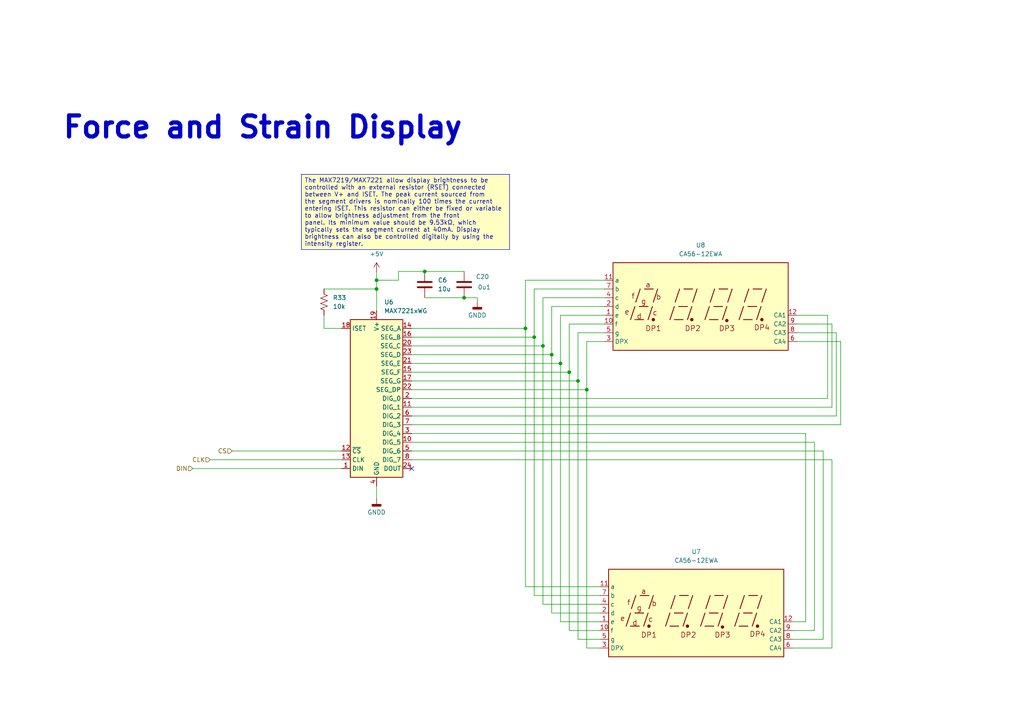
<source format=kicad_sch>
(kicad_sch (version 20231120) (generator "eeschema") (generator_version "8.0")
  (paper "A4")
  (lib_symbols
    (symbol "Device:C" (pin_numbers hide) (pin_names (offset 0.254))
      (property "Reference" "C" (at 0.635 2.54 0))
      (property "Value" "C" (at 0.635 -2.54 0))
      (symbol "C_0_1"
        (polyline (pts (xy -2.032 -0.762) (xy 2.032 -0.762)) (stroke (width 0.508)))
        (polyline (pts (xy -2.032 0.762) (xy 2.032 0.762)) (stroke (width 0.508)))
      )
      (symbol "C_1_1"
        (pin passive line (at 0 3.81 270) (length 2.794) (name "~") (number "1"))
        (pin passive line (at 0 -3.81 90) (length 2.794) (name "~") (number "2"))
      )
    )
    (symbol "Device:R_US" (pin_numbers hide) (pin_names (offset 0))
      (property "Reference" "R" (at 2.54 0 90))
      (property "Value" "R_US" (at -2.54 0 90))
      (symbol "R_US_0_1"
        (polyline (pts (xy 0 -2.286) (xy 0 -2.54)))
        (polyline (pts (xy 0 2.286) (xy 0 2.54)))
        (polyline (pts (xy 0 -0.762) (xy 1.016 -1.143) (xy 0 -1.524) (xy -1.016 -1.905) (xy 0 -2.286)))
        (polyline (pts (xy 0 0.762) (xy 1.016 0.381) (xy 0 0) (xy -1.016 -0.381) (xy 0 -0.762)))
        (polyline (pts (xy 0 2.286) (xy 1.016 1.905) (xy 0 1.524) (xy -1.016 1.143) (xy 0 0.762)))
      )
      (symbol "R_US_1_1"
        (pin passive line (at 0 3.81 270) (length 1.27) (name "~") (number "1"))
        (pin passive line (at 0 -3.81 90) (length 1.27) (name "~") (number "2"))
      )
    )
    (symbol "Display_Character:CA56-12EWA"
      (property "Reference" "U" (at -24.13 13.97 0))
      (property "Value" "CA56-12EWA" (at 19.05 13.97 0))
      (symbol "CA56-12EWA_0_0"
        (rectangle (start -25.4 12.7) (end 25.4 -12.7) (stroke (width 0.254)) (fill (type background)))
        (polyline (pts (xy -20.32 -3.81) (xy -19.05 0)) (stroke (width 0.254)))
        (polyline (pts (xy -19.05 -3.81) (xy -16.51 -3.81)) (stroke (width 0.254)))
        (polyline (pts (xy -18.796 1.27) (xy -17.526 5.08)) (stroke (width 0.254)))
        (polyline (pts (xy -17.78 0) (xy -15.24 0)) (stroke (width 0.254)))
        (polyline (pts (xy -16.256 5.08) (xy -13.716 5.08)) (stroke (width 0.254)))
        (polyline (pts (xy -15.24 -3.81) (xy -13.97 0)) (stroke (width 0.254)))
        (polyline (pts (xy -13.716 1.27) (xy -12.446 5.08)) (stroke (width 0.254)))
        (polyline (pts (xy -8.89 -3.81) (xy -7.62 0)) (stroke (width 0.254)))
        (polyline (pts (xy -7.62 -3.81) (xy -5.08 -3.81)) (stroke (width 0.254)))
        (polyline (pts (xy -7.366 1.27) (xy -6.096 5.08)) (stroke (width 0.254)))
        (polyline (pts (xy -6.35 0) (xy -3.81 0)) (stroke (width 0.254)))
        (polyline (pts (xy -4.826 5.08) (xy -2.286 5.08)) (stroke (width 0.254)))
        (polyline (pts (xy -3.81 -3.81) (xy -2.54 0)) (stroke (width 0.254)))
        (polyline (pts (xy -2.286 1.27) (xy -1.016 5.08)) (stroke (width 0.254)))
        (polyline (pts (xy 1.27 -3.81) (xy 2.54 0)) (stroke (width 0.254)))
        (polyline (pts (xy 2.54 -3.81) (xy 5.08 -3.81)) (stroke (width 0.254)))
        (polyline (pts (xy 2.794 1.27) (xy 4.064 5.08)) (stroke (width 0.254)))
        (polyline (pts (xy 3.81 0) (xy 6.35 0)) (stroke (width 0.254)))
        (polyline (pts (xy 5.334 5.08) (xy 7.874 5.08)) (stroke (width 0.254)))
        (polyline (pts (xy 6.35 -3.81) (xy 7.62 0)) (stroke (width 0.254)))
        (polyline (pts (xy 7.874 1.27) (xy 9.144 5.08)) (stroke (width 0.254)))
        (polyline (pts (xy 11.176 -3.81) (xy 12.446 0)) (stroke (width 0.254)))
        (polyline (pts (xy 12.446 -3.81) (xy 14.986 -3.81)) (stroke (width 0.254)))
        (polyline (pts (xy 12.7 1.27) (xy 13.97 5.08)) (stroke (width 0.254)))
        (polyline (pts (xy 13.716 0) (xy 16.256 0)) (stroke (width 0.254)))
        (polyline (pts (xy 15.24 5.08) (xy 17.78 5.08)) (stroke (width 0.254)))
        (polyline (pts (xy 16.256 -3.81) (xy 17.526 0)) (stroke (width 0.254)))
        (polyline (pts (xy 17.78 1.27) (xy 19.05 5.08)) (stroke (width 0.254)))
        (text "a" (at -15.24 6.35 0) (effects (font (size 1.524 1.524))))
        (text "b" (at -12.192 2.794 0) (effects (font (size 1.524 1.524))))
        (text "c" (at -13.208 -1.778 0) (effects (font (size 1.524 1.524))))
        (text "d" (at -17.78 -2.794 0) (effects (font (size 1.524 1.524))))
        (text "DP1" (at -13.716 -6.35 0) (effects (font (size 1.524 1.524))))
        (text "DP2" (at -2.286 -6.35 0) (effects (font (size 1.524 1.524))))
        (text "DP3" (at 7.62 -6.35 0) (effects (font (size 1.524 1.524))))
        (text "DP4" (at 17.78 -6.096 0) (effects (font (size 1.524 1.524))))
        (text "e" (at -21.336 -1.524 0) (effects (font (size 1.524 1.524))))
        (text "f" (at -19.558 3.048 0) (effects (font (size 1.524 1.524))))
        (text "g" (at -16.51 1.524 0) (effects (font (size 1.524 1.524))))
      )
      (symbol "CA56-12EWA_0_1"
        (circle (center -13.716 -3.81) (radius 0.3556) (stroke (width 0.254)) (fill (type outline)))
        (circle (center -2.54 -3.81) (radius 0.3556) (stroke (width 0.254)) (fill (type outline)))
      )
      (symbol "CA56-12EWA_1_0"
        (circle (center 7.62 -4.064) (radius 0.3556) (stroke (width 0.254)) (fill (type outline)))
        (circle (center 17.78 -3.81) (radius 0.3556) (stroke (width 0.254)) (fill (type outline)))
      )
      (symbol "CA56-12EWA_1_1"
        (pin input line (at -27.94 -2.54 0) (length 2.54) (name "e") (number "1"))
        (pin input line (at -27.94 -5.08 0) (length 2.54) (name "f") (number "10"))
        (pin input line (at -27.94 7.62 0) (length 2.54) (name "a") (number "11"))
        (pin input line (at 27.94 -2.54 180) (length 2.54) (name "CA1") (number "12"))
        (pin input line (at -27.94 0 0) (length 2.54) (name "d") (number "2"))
        (pin input line (at -27.94 -10.16 0) (length 2.54) (name "DPX") (number "3"))
        (pin input line (at -27.94 2.54 0) (length 2.54) (name "c") (number "4"))
        (pin input line (at -27.94 -7.62 0) (length 2.54) (name "g") (number "5"))
        (pin input line (at 27.94 -10.16 180) (length 2.54) (name "CA4") (number "6"))
        (pin input line (at -27.94 5.08 0) (length 2.54) (name "b") (number "7"))
        (pin input line (at 27.94 -7.62 180) (length 2.54) (name "CA3") (number "8"))
        (pin input line (at 27.94 -5.08 180) (length 2.54) (name "CA2") (number "9"))
      )
    )
    (symbol "Driver_LED:MAX7221xWG"
      (property "Reference" "U" (at -6.35 24.13 0))
      (property "Value" "MAX7221xWG" (at 1.27 25.4 0))
      (symbol "MAX7221xWG_0_1"
        (rectangle (start -7.62 22.86) (end 7.62 -22.86) (stroke (width 0.254)) (fill (type background)))
      )
      (symbol "MAX7221xWG_1_1"
        (pin input line (at -10.16 -20.32 0) (length 2.54) (name "DIN") (number "1"))
        (pin open_collector line (at 10.16 -12.7 180) (length 2.54) (name "DIG_5") (number "10"))
        (pin open_collector line (at 10.16 -2.54 180) (length 2.54) (name "DIG_1") (number "11"))
        (pin input line (at -10.16 -15.24 0) (length 2.54) (name "~{CS}") (number "12"))
        (pin input line (at -10.16 -17.78 0) (length 2.54) (name "CLK") (number "13"))
        (pin open_emitter line (at 10.16 20.32 180) (length 2.54) (name "SEG_A") (number "14"))
        (pin open_emitter line (at 10.16 7.62 180) (length 2.54) (name "SEG_F") (number "15"))
        (pin open_emitter line (at 10.16 17.78 180) (length 2.54) (name "SEG_B") (number "16"))
        (pin open_emitter line (at 10.16 5.08 180) (length 2.54) (name "SEG_G") (number "17"))
        (pin input line (at -10.16 20.32 0) (length 2.54) (name "ISET") (number "18"))
        (pin power_in line (at 0 25.4 270) (length 2.54) (name "V+") (number "19"))
        (pin open_collector line (at 10.16 0 180) (length 2.54) (name "DIG_0") (number "2"))
        (pin open_emitter line (at 10.16 15.24 180) (length 2.54) (name "SEG_C") (number "20"))
        (pin open_emitter line (at 10.16 10.16 180) (length 2.54) (name "SEG_E") (number "21"))
        (pin open_emitter line (at 10.16 2.54 180) (length 2.54) (name "SEG_DP") (number "22"))
        (pin open_emitter line (at 10.16 12.7 180) (length 2.54) (name "SEG_D") (number "23"))
        (pin output line (at 10.16 -20.32 180) (length 2.54) (name "DOUT") (number "24"))
        (pin open_collector line (at 10.16 -10.16 180) (length 2.54) (name "DIG_4") (number "3"))
        (pin power_in line (at 0 -25.4 90) (length 2.54) (name "GND") (number "4"))
        (pin open_collector line (at 10.16 -15.24 180) (length 2.54) (name "DIG_6") (number "5"))
        (pin open_collector line (at 10.16 -5.08 180) (length 2.54) (name "DIG_2") (number "6"))
        (pin open_collector line (at 10.16 -7.62 180) (length 2.54) (name "DIG_3") (number "7"))
        (pin open_collector line (at 10.16 -17.78 180) (length 2.54) (name "DIG_7") (number "8"))
        (pin passive line (at 0 -25.4 90) (length 2.54) hide (name "GND") (number "9"))
      )
    )
    (symbol "power:+5V" (power) (pin_numbers hide) (pin_names (offset 0) hide)
      (property "Value" "+5V" (at 0 3.556 0))
      (symbol "+5V_0_1"
        (polyline (pts (xy -0.762 1.27) (xy 0 2.54)))
        (polyline (pts (xy 0 0) (xy 0 2.54)))
        (polyline (pts (xy 0 2.54) (xy 0.762 1.27)))
      )
      (symbol "+5V_1_1"
        (pin power_in line (at 0 0 90) (length 0) (name "~") (number "1"))
      )
    )
    (symbol "power:GNDD" (power) (pin_numbers hide) (pin_names (offset 0) hide)
      (property "Value" "GNDD" (at 0 -3.175 0))
      (symbol "GNDD_0_1"
        (rectangle (start -1.27 -1.524) (end 1.27 -2.032) (stroke (width 0.254)) (fill (type outline)))
        (polyline (pts (xy 0 0) (xy 0 -1.524)))
      )
      (symbol "GNDD_1_1"
        (pin power_in line (at 0 0 270) (length 0) (name "~") (number "1"))
      )
    )
  )
  (junction (at 162.56 105.41))
  (junction (at 167.64 110.49))
  (junction (at 157.48 100.33))
  (junction (at 109.22 83.82))
  (junction (at 160.02 102.87))
  (junction (at 123.19 78.74))
  (junction (at 152.4 95.25))
  (junction (at 170.18 113.03))
  (junction (at 154.94 97.79))
  (junction (at 109.22 81.28))
  (junction (at 134.62 86.36))
  (junction (at 165.1 107.95))
  (no_connect (at 119.38 135.89))
  (wire (pts (xy 167.64 110.49) (xy 167.64 185.42)))
  (wire (pts (xy 162.56 91.44) (xy 162.56 105.41)))
  (wire (pts (xy 93.98 95.25) (xy 99.06 95.25)))
  (wire (pts (xy 243.84 123.19) (xy 243.84 99.06)))
  (wire (pts (xy 93.98 91.44) (xy 93.98 95.25)))
  (wire (pts (xy 167.64 185.42) (xy 173.99 185.42)))
  (wire (pts (xy 157.48 86.36) (xy 157.48 100.33)))
  (wire (pts (xy 175.26 93.98) (xy 165.1 93.98)))
  (wire (pts (xy 170.18 187.96) (xy 173.99 187.96)))
  (wire (pts (xy 243.84 99.06) (xy 231.14 99.06)))
  (wire (pts (xy 157.48 175.26) (xy 173.99 175.26)))
  (wire (pts (xy 152.4 170.18) (xy 173.99 170.18)))
  (wire (pts (xy 119.38 128.27) (xy 236.22 128.27)))
  (wire (pts (xy 242.57 96.52) (xy 231.14 96.52)))
  (wire (pts (xy 119.38 115.57) (xy 240.03 115.57)))
  (wire (pts (xy 165.1 107.95) (xy 165.1 182.88)))
  (wire (pts (xy 242.57 120.65) (xy 242.57 96.52)))
  (wire (pts (xy 236.22 182.88) (xy 229.87 182.88)))
  (wire (pts (xy 93.98 83.82) (xy 109.22 83.82)))
  (wire (pts (xy 123.19 86.36) (xy 134.62 86.36)))
  (wire (pts (xy 175.26 81.28) (xy 152.4 81.28)))
  (wire (pts (xy 241.3 93.98) (xy 241.3 118.11)))
  (wire (pts (xy 119.38 130.81) (xy 238.76 130.81)))
  (wire (pts (xy 233.68 180.34) (xy 229.87 180.34)))
  (wire (pts (xy 241.3 118.11) (xy 119.38 118.11)))
  (wire (pts (xy 238.76 185.42) (xy 229.87 185.42)))
  (wire (pts (xy 123.19 78.74) (xy 134.62 78.74)))
  (wire (pts (xy 154.94 97.79) (xy 154.94 172.72)))
  (wire (pts (xy 109.22 83.82) (xy 109.22 90.17)))
  (wire (pts (xy 238.76 130.81) (xy 238.76 185.42)))
  (wire (pts (xy 119.38 95.25) (xy 152.4 95.25)))
  (wire (pts (xy 119.38 105.41) (xy 162.56 105.41)))
  (wire (pts (xy 119.38 113.03) (xy 170.18 113.03)))
  (wire (pts (xy 157.48 100.33) (xy 157.48 175.26)))
  (wire (pts (xy 154.94 172.72) (xy 173.99 172.72)))
  (wire (pts (xy 119.38 107.95) (xy 165.1 107.95)))
  (wire (pts (xy 119.38 125.73) (xy 233.68 125.73)))
  (wire (pts (xy 67.31 130.81) (xy 99.06 130.81)))
  (wire (pts (xy 162.56 180.34) (xy 173.99 180.34)))
  (wire (pts (xy 154.94 83.82) (xy 154.94 97.79)))
  (wire (pts (xy 109.22 81.28) (xy 109.22 83.82)))
  (wire (pts (xy 241.3 187.96) (xy 229.87 187.96)))
  (wire (pts (xy 175.26 86.36) (xy 157.48 86.36)))
  (wire (pts (xy 241.3 133.35) (xy 241.3 187.96)))
  (wire (pts (xy 162.56 105.41) (xy 162.56 180.34)))
  (wire (pts (xy 134.62 86.36) (xy 138.43 86.36)))
  (wire (pts (xy 119.38 120.65) (xy 242.57 120.65)))
  (wire (pts (xy 119.38 123.19) (xy 243.84 123.19)))
  (wire (pts (xy 138.43 86.36) (xy 138.43 87.63)))
  (wire (pts (xy 60.96 133.35) (xy 99.06 133.35)))
  (wire (pts (xy 152.4 95.25) (xy 152.4 170.18)))
  (wire (pts (xy 240.03 115.57) (xy 240.03 91.44)))
  (wire (pts (xy 55.88 135.89) (xy 99.06 135.89)))
  (wire (pts (xy 160.02 88.9) (xy 160.02 102.87)))
  (wire (pts (xy 160.02 177.8) (xy 173.99 177.8)))
  (wire (pts (xy 175.26 88.9) (xy 160.02 88.9)))
  (wire (pts (xy 175.26 91.44) (xy 162.56 91.44)))
  (wire (pts (xy 115.57 78.74) (xy 123.19 78.74)))
  (wire (pts (xy 167.64 96.52) (xy 167.64 110.49)))
  (wire (pts (xy 165.1 93.98) (xy 165.1 107.95)))
  (wire (pts (xy 119.38 133.35) (xy 241.3 133.35)))
  (wire (pts (xy 231.14 93.98) (xy 241.3 93.98)))
  (wire (pts (xy 175.26 96.52) (xy 167.64 96.52)))
  (wire (pts (xy 152.4 81.28) (xy 152.4 95.25)))
  (wire (pts (xy 160.02 102.87) (xy 160.02 177.8)))
  (wire (pts (xy 236.22 128.27) (xy 236.22 182.88)))
  (wire (pts (xy 119.38 110.49) (xy 167.64 110.49)))
  (wire (pts (xy 240.03 91.44) (xy 231.14 91.44)))
  (wire (pts (xy 175.26 83.82) (xy 154.94 83.82)))
  (wire (pts (xy 119.38 102.87) (xy 160.02 102.87)))
  (wire (pts (xy 170.18 113.03) (xy 170.18 187.96)))
  (wire (pts (xy 109.22 140.97) (xy 109.22 144.78)))
  (wire (pts (xy 165.1 182.88) (xy 173.99 182.88)))
  (wire (pts (xy 109.22 78.74) (xy 109.22 81.28)))
  (wire (pts (xy 175.26 99.06) (xy 170.18 99.06)))
  (wire (pts (xy 119.38 100.33) (xy 157.48 100.33)))
  (wire (pts (xy 119.38 97.79) (xy 154.94 97.79)))
  (wire (pts (xy 170.18 99.06) (xy 170.18 113.03)))
  (wire (pts (xy 233.68 125.73) (xy 233.68 180.34)))
  (wire (pts (xy 115.57 81.28) (xy 115.57 78.74)))
  (wire (pts (xy 109.22 81.28) (xy 115.57 81.28)))
  (text_box "The MAX7219/MAX7221 allow display brightness to be\ncontrolled with an external resistor (RSET) connected\nbetween V+ and ISET. The peak current sourced from\nthe segment drivers is nominally 100 times the current\nentering ISET. This resistor can either be fixed or variable to allow brightness adjustment from the front\npanel. Its minimum value should be 9.53kΩ, which typically sets the segment current at 40mA. Display brightness can also be controlled digitally by using the\nintensity register." (at 87.376 50.546 0) (size 60.452 21.844) (fill (type color) (color 255 255 194 1)) (effects (font (size 1.27 1.27)) (justify left top)))
  (text "Force and Strain Display" (at 17.78 40.64 0) (effects (font (size 6.096 6.096) (thickness 1.2192) (bold yes)) (justify left bottom)))
  (hierarchical_label "CS" (shape input) (at 67.31 130.81 180))
  (hierarchical_label "DIN" (shape input) (at 55.88 135.89 180))
  (hierarchical_label "CLK" (shape input) (at 60.96 133.35 180))
  (symbol (lib_id "power:GNDD") (at 138.43 87.63 0) (unit 1)
    (property "Reference" "#PWR049" (effects (hide yes)))
    (property "Value" "GNDD" (at 138.43 91.44 0))
    (property "Description" "Power symbol creates a global label with name \"GNDD\" , digital ground" (effects (hide yes)))
  )
  (symbol (lib_id "Device:R_US") (at 93.98 87.63 0) (unit 1)
    (property "Reference" "R33" (at 96.52 86.3599 0) (effects (justify left)))
    (property "Value" "10k" (at 96.52 88.8999 0) (effects (justify left)))
    (property "Footprint" "Resistor_SMD:R_0603_1608Metric" (effects (hide yes)))
    (property "Description" "Resistor, US symbol" (effects (hide yes)))
  )
  (symbol (lib_id "Device:C") (at 123.19 82.55 180) (unit 1)
    (property "Reference" "C6" (at 127 81.2799 0) (effects (justify right)))
    (property "Value" "10u" (at 127 83.8199 0) (effects (justify right)))
    (property "Footprint" "Capacitor_SMD:C_0805_2012Metric" (effects (hide yes)))
    (property "Description" "Unpolarized capacitor" (effects (hide yes)))
  )
  (symbol (lib_id "Driver_LED:MAX7221xWG") (at 109.22 115.57 0) (unit 1)
    (property "Reference" "U6" (at 111.4141 87.63 0) (effects (justify left)))
    (property "Value" "MAX7221xWG" (at 111.4141 90.17 0) (effects (justify left)))
    (property "Footprint" "Package_SO:SOIC-24W_7.5x15.4mm_P1.27mm" (effects (hide yes)))
    (property "Datasheet" "https://datasheets.maximintegrated.com/en/ds/MAX7219-MAX7221.pdf" (effects (hide yes)))
    (property "Description" "Serially Interfaced, 8-Digit LED Display Driver, SOIC-24W" (effects (hide yes)))
  )
  (symbol (lib_id "power:+5V") (at 109.22 78.74 0) (unit 1)
    (property "Reference" "#PWR048" (effects (hide yes)))
    (property "Value" "+5V" (at 109.22 73.66 0))
    (property "Description" "Power symbol creates a global label with name \"+5V\"" (effects (hide yes)))
  )
  (symbol (lib_id "Display_Character:CA56-12EWA") (at 201.93 177.8 0) (unit 1)
    (property "Reference" "U7" (at 201.93 160.02 0))
    (property "Value" "CA56-12EWA" (at 201.93 162.56 0))
    (property "Footprint" "Display_7Segment:CA56-12EWA" (effects (hide yes)))
    (property "Datasheet" "http://www.kingbrightusa.com/images/catalog/SPEC/CA56-12EWA.pdf" (effects (hide yes)))
    (property "Description" "4 digit 7 segment high efficiency red LED, common anode" (effects (hide yes)))
  )
  (symbol (lib_id "Display_Character:CA56-12EWA") (at 203.2 88.9 0) (unit 1)
    (property "Reference" "U8" (at 203.2 71.12 0))
    (property "Value" "CA56-12EWA" (at 203.2 73.66 0))
    (property "Footprint" "Display_7Segment:CA56-12EWA" (effects (hide yes)))
    (property "Datasheet" "http://www.kingbrightusa.com/images/catalog/SPEC/CA56-12EWA.pdf" (effects (hide yes)))
    (property "Description" "4 digit 7 segment high efficiency red LED, common anode" (effects (hide yes)))
  )
  (symbol (lib_id "power:GNDD") (at 109.22 144.78 0) (unit 1)
    (property "Reference" "#PWR047" (effects (hide yes)))
    (property "Value" "GNDD" (at 109.22 148.59 0))
    (property "Description" "Power symbol creates a global label with name \"GNDD\" , digital ground" (effects (hide yes)))
  )
  (symbol (lib_id "Device:C") (at 134.62 82.55 180) (unit 1)
    (property "Reference" "C20" (at 139.954 80.264 0))
    (property "Value" "0u1" (at 140.462 83.312 0))
    (property "Footprint" "Capacitor_SMD:C_0603_1608Metric" (effects (hide yes)))
    (property "Description" "Unpolarized capacitor" (effects (hide yes)))
  )
)
</source>
